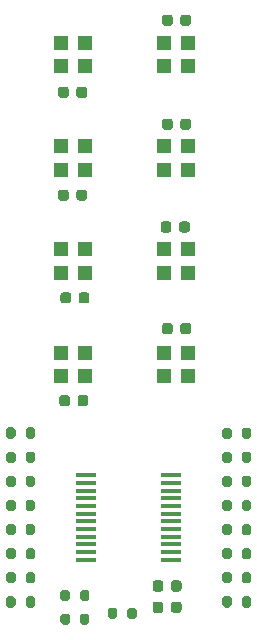
<source format=gtp>
%TF.GenerationSoftware,KiCad,Pcbnew,(5.1.12)-1*%
%TF.CreationDate,2022-08-18T11:36:15-07:00*%
%TF.ProjectId,HighPressureSensorArray,48696768-5072-4657-9373-75726553656e,rev?*%
%TF.SameCoordinates,Original*%
%TF.FileFunction,Paste,Top*%
%TF.FilePolarity,Positive*%
%FSLAX46Y46*%
G04 Gerber Fmt 4.6, Leading zero omitted, Abs format (unit mm)*
G04 Created by KiCad (PCBNEW (5.1.12)-1) date 2022-08-18 11:36:15*
%MOMM*%
%LPD*%
G01*
G04 APERTURE LIST*
%ADD10R,1.750000X0.450000*%
%ADD11R,1.300000X1.300000*%
G04 APERTURE END LIST*
G36*
G01*
X125625000Y-44150000D02*
X125625000Y-43650000D01*
G75*
G02*
X125850000Y-43425000I225000J0D01*
G01*
X126300000Y-43425000D01*
G75*
G02*
X126525000Y-43650000I0J-225000D01*
G01*
X126525000Y-44150000D01*
G75*
G02*
X126300000Y-44375000I-225000J0D01*
G01*
X125850000Y-44375000D01*
G75*
G02*
X125625000Y-44150000I0J225000D01*
G01*
G37*
G36*
G01*
X124075000Y-44150000D02*
X124075000Y-43650000D01*
G75*
G02*
X124300000Y-43425000I225000J0D01*
G01*
X124750000Y-43425000D01*
G75*
G02*
X124975000Y-43650000I0J-225000D01*
G01*
X124975000Y-44150000D01*
G75*
G02*
X124750000Y-44375000I-225000J0D01*
G01*
X124300000Y-44375000D01*
G75*
G02*
X124075000Y-44150000I0J225000D01*
G01*
G37*
G36*
G01*
X124075000Y-52850000D02*
X124075000Y-52350000D01*
G75*
G02*
X124300000Y-52125000I225000J0D01*
G01*
X124750000Y-52125000D01*
G75*
G02*
X124975000Y-52350000I0J-225000D01*
G01*
X124975000Y-52850000D01*
G75*
G02*
X124750000Y-53075000I-225000J0D01*
G01*
X124300000Y-53075000D01*
G75*
G02*
X124075000Y-52850000I0J225000D01*
G01*
G37*
G36*
G01*
X125625000Y-52850000D02*
X125625000Y-52350000D01*
G75*
G02*
X125850000Y-52125000I225000J0D01*
G01*
X126300000Y-52125000D01*
G75*
G02*
X126525000Y-52350000I0J-225000D01*
G01*
X126525000Y-52850000D01*
G75*
G02*
X126300000Y-53075000I-225000J0D01*
G01*
X125850000Y-53075000D01*
G75*
G02*
X125625000Y-52850000I0J225000D01*
G01*
G37*
G36*
G01*
X125825000Y-61550000D02*
X125825000Y-61050000D01*
G75*
G02*
X126050000Y-60825000I225000J0D01*
G01*
X126500000Y-60825000D01*
G75*
G02*
X126725000Y-61050000I0J-225000D01*
G01*
X126725000Y-61550000D01*
G75*
G02*
X126500000Y-61775000I-225000J0D01*
G01*
X126050000Y-61775000D01*
G75*
G02*
X125825000Y-61550000I0J225000D01*
G01*
G37*
G36*
G01*
X124275000Y-61550000D02*
X124275000Y-61050000D01*
G75*
G02*
X124500000Y-60825000I225000J0D01*
G01*
X124950000Y-60825000D01*
G75*
G02*
X125175000Y-61050000I0J-225000D01*
G01*
X125175000Y-61550000D01*
G75*
G02*
X124950000Y-61775000I-225000J0D01*
G01*
X124500000Y-61775000D01*
G75*
G02*
X124275000Y-61550000I0J225000D01*
G01*
G37*
G36*
G01*
X124175000Y-70250000D02*
X124175000Y-69750000D01*
G75*
G02*
X124400000Y-69525000I225000J0D01*
G01*
X124850000Y-69525000D01*
G75*
G02*
X125075000Y-69750000I0J-225000D01*
G01*
X125075000Y-70250000D01*
G75*
G02*
X124850000Y-70475000I-225000J0D01*
G01*
X124400000Y-70475000D01*
G75*
G02*
X124175000Y-70250000I0J225000D01*
G01*
G37*
G36*
G01*
X125725000Y-70250000D02*
X125725000Y-69750000D01*
G75*
G02*
X125950000Y-69525000I225000J0D01*
G01*
X126400000Y-69525000D01*
G75*
G02*
X126625000Y-69750000I0J-225000D01*
G01*
X126625000Y-70250000D01*
G75*
G02*
X126400000Y-70475000I-225000J0D01*
G01*
X125950000Y-70475000D01*
G75*
G02*
X125725000Y-70250000I0J225000D01*
G01*
G37*
G36*
G01*
X133775000Y-37550000D02*
X133775000Y-38050000D01*
G75*
G02*
X133550000Y-38275000I-225000J0D01*
G01*
X133100000Y-38275000D01*
G75*
G02*
X132875000Y-38050000I0J225000D01*
G01*
X132875000Y-37550000D01*
G75*
G02*
X133100000Y-37325000I225000J0D01*
G01*
X133550000Y-37325000D01*
G75*
G02*
X133775000Y-37550000I0J-225000D01*
G01*
G37*
G36*
G01*
X135325000Y-37550000D02*
X135325000Y-38050000D01*
G75*
G02*
X135100000Y-38275000I-225000J0D01*
G01*
X134650000Y-38275000D01*
G75*
G02*
X134425000Y-38050000I0J225000D01*
G01*
X134425000Y-37550000D01*
G75*
G02*
X134650000Y-37325000I225000J0D01*
G01*
X135100000Y-37325000D01*
G75*
G02*
X135325000Y-37550000I0J-225000D01*
G01*
G37*
G36*
G01*
X135325000Y-46350000D02*
X135325000Y-46850000D01*
G75*
G02*
X135100000Y-47075000I-225000J0D01*
G01*
X134650000Y-47075000D01*
G75*
G02*
X134425000Y-46850000I0J225000D01*
G01*
X134425000Y-46350000D01*
G75*
G02*
X134650000Y-46125000I225000J0D01*
G01*
X135100000Y-46125000D01*
G75*
G02*
X135325000Y-46350000I0J-225000D01*
G01*
G37*
G36*
G01*
X133775000Y-46350000D02*
X133775000Y-46850000D01*
G75*
G02*
X133550000Y-47075000I-225000J0D01*
G01*
X133100000Y-47075000D01*
G75*
G02*
X132875000Y-46850000I0J225000D01*
G01*
X132875000Y-46350000D01*
G75*
G02*
X133100000Y-46125000I225000J0D01*
G01*
X133550000Y-46125000D01*
G75*
G02*
X133775000Y-46350000I0J-225000D01*
G01*
G37*
G36*
G01*
X135225000Y-55050000D02*
X135225000Y-55550000D01*
G75*
G02*
X135000000Y-55775000I-225000J0D01*
G01*
X134550000Y-55775000D01*
G75*
G02*
X134325000Y-55550000I0J225000D01*
G01*
X134325000Y-55050000D01*
G75*
G02*
X134550000Y-54825000I225000J0D01*
G01*
X135000000Y-54825000D01*
G75*
G02*
X135225000Y-55050000I0J-225000D01*
G01*
G37*
G36*
G01*
X133675000Y-55050000D02*
X133675000Y-55550000D01*
G75*
G02*
X133450000Y-55775000I-225000J0D01*
G01*
X133000000Y-55775000D01*
G75*
G02*
X132775000Y-55550000I0J225000D01*
G01*
X132775000Y-55050000D01*
G75*
G02*
X133000000Y-54825000I225000J0D01*
G01*
X133450000Y-54825000D01*
G75*
G02*
X133675000Y-55050000I0J-225000D01*
G01*
G37*
G36*
G01*
X133775000Y-63650000D02*
X133775000Y-64150000D01*
G75*
G02*
X133550000Y-64375000I-225000J0D01*
G01*
X133100000Y-64375000D01*
G75*
G02*
X132875000Y-64150000I0J225000D01*
G01*
X132875000Y-63650000D01*
G75*
G02*
X133100000Y-63425000I225000J0D01*
G01*
X133550000Y-63425000D01*
G75*
G02*
X133775000Y-63650000I0J-225000D01*
G01*
G37*
G36*
G01*
X135325000Y-63650000D02*
X135325000Y-64150000D01*
G75*
G02*
X135100000Y-64375000I-225000J0D01*
G01*
X134650000Y-64375000D01*
G75*
G02*
X134425000Y-64150000I0J225000D01*
G01*
X134425000Y-63650000D01*
G75*
G02*
X134650000Y-63425000I225000J0D01*
G01*
X135100000Y-63425000D01*
G75*
G02*
X135325000Y-63650000I0J-225000D01*
G01*
G37*
G36*
G01*
X132075000Y-85950000D02*
X132075000Y-85450000D01*
G75*
G02*
X132300000Y-85225000I225000J0D01*
G01*
X132750000Y-85225000D01*
G75*
G02*
X132975000Y-85450000I0J-225000D01*
G01*
X132975000Y-85950000D01*
G75*
G02*
X132750000Y-86175000I-225000J0D01*
G01*
X132300000Y-86175000D01*
G75*
G02*
X132075000Y-85950000I0J225000D01*
G01*
G37*
G36*
G01*
X133625000Y-85950000D02*
X133625000Y-85450000D01*
G75*
G02*
X133850000Y-85225000I225000J0D01*
G01*
X134300000Y-85225000D01*
G75*
G02*
X134525000Y-85450000I0J-225000D01*
G01*
X134525000Y-85950000D01*
G75*
G02*
X134300000Y-86175000I-225000J0D01*
G01*
X133850000Y-86175000D01*
G75*
G02*
X133625000Y-85950000I0J225000D01*
G01*
G37*
G36*
G01*
X133625000Y-87750000D02*
X133625000Y-87250000D01*
G75*
G02*
X133850000Y-87025000I225000J0D01*
G01*
X134300000Y-87025000D01*
G75*
G02*
X134525000Y-87250000I0J-225000D01*
G01*
X134525000Y-87750000D01*
G75*
G02*
X134300000Y-87975000I-225000J0D01*
G01*
X133850000Y-87975000D01*
G75*
G02*
X133625000Y-87750000I0J225000D01*
G01*
G37*
G36*
G01*
X132075000Y-87750000D02*
X132075000Y-87250000D01*
G75*
G02*
X132300000Y-87025000I225000J0D01*
G01*
X132750000Y-87025000D01*
G75*
G02*
X132975000Y-87250000I0J-225000D01*
G01*
X132975000Y-87750000D01*
G75*
G02*
X132750000Y-87975000I-225000J0D01*
G01*
X132300000Y-87975000D01*
G75*
G02*
X132075000Y-87750000I0J225000D01*
G01*
G37*
G36*
G01*
X138775000Y-74522958D02*
X138775000Y-75072958D01*
G75*
G02*
X138575000Y-75272958I-200000J0D01*
G01*
X138175000Y-75272958D01*
G75*
G02*
X137975000Y-75072958I0J200000D01*
G01*
X137975000Y-74522958D01*
G75*
G02*
X138175000Y-74322958I200000J0D01*
G01*
X138575000Y-74322958D01*
G75*
G02*
X138775000Y-74522958I0J-200000D01*
G01*
G37*
G36*
G01*
X140425000Y-74522958D02*
X140425000Y-75072958D01*
G75*
G02*
X140225000Y-75272958I-200000J0D01*
G01*
X139825000Y-75272958D01*
G75*
G02*
X139625000Y-75072958I0J200000D01*
G01*
X139625000Y-74522958D01*
G75*
G02*
X139825000Y-74322958I200000J0D01*
G01*
X140225000Y-74322958D01*
G75*
G02*
X140425000Y-74522958I0J-200000D01*
G01*
G37*
G36*
G01*
X140425000Y-72482142D02*
X140425000Y-73032142D01*
G75*
G02*
X140225000Y-73232142I-200000J0D01*
G01*
X139825000Y-73232142D01*
G75*
G02*
X139625000Y-73032142I0J200000D01*
G01*
X139625000Y-72482142D01*
G75*
G02*
X139825000Y-72282142I200000J0D01*
G01*
X140225000Y-72282142D01*
G75*
G02*
X140425000Y-72482142I0J-200000D01*
G01*
G37*
G36*
G01*
X138775000Y-72482142D02*
X138775000Y-73032142D01*
G75*
G02*
X138575000Y-73232142I-200000J0D01*
G01*
X138175000Y-73232142D01*
G75*
G02*
X137975000Y-73032142I0J200000D01*
G01*
X137975000Y-72482142D01*
G75*
G02*
X138175000Y-72282142I200000J0D01*
G01*
X138575000Y-72282142D01*
G75*
G02*
X138775000Y-72482142I0J-200000D01*
G01*
G37*
G36*
G01*
X140425000Y-78604590D02*
X140425000Y-79154590D01*
G75*
G02*
X140225000Y-79354590I-200000J0D01*
G01*
X139825000Y-79354590D01*
G75*
G02*
X139625000Y-79154590I0J200000D01*
G01*
X139625000Y-78604590D01*
G75*
G02*
X139825000Y-78404590I200000J0D01*
G01*
X140225000Y-78404590D01*
G75*
G02*
X140425000Y-78604590I0J-200000D01*
G01*
G37*
G36*
G01*
X138775000Y-78604590D02*
X138775000Y-79154590D01*
G75*
G02*
X138575000Y-79354590I-200000J0D01*
G01*
X138175000Y-79354590D01*
G75*
G02*
X137975000Y-79154590I0J200000D01*
G01*
X137975000Y-78604590D01*
G75*
G02*
X138175000Y-78404590I200000J0D01*
G01*
X138575000Y-78404590D01*
G75*
G02*
X138775000Y-78604590I0J-200000D01*
G01*
G37*
G36*
G01*
X138775000Y-76563774D02*
X138775000Y-77113774D01*
G75*
G02*
X138575000Y-77313774I-200000J0D01*
G01*
X138175000Y-77313774D01*
G75*
G02*
X137975000Y-77113774I0J200000D01*
G01*
X137975000Y-76563774D01*
G75*
G02*
X138175000Y-76363774I200000J0D01*
G01*
X138575000Y-76363774D01*
G75*
G02*
X138775000Y-76563774I0J-200000D01*
G01*
G37*
G36*
G01*
X140425000Y-76563774D02*
X140425000Y-77113774D01*
G75*
G02*
X140225000Y-77313774I-200000J0D01*
G01*
X139825000Y-77313774D01*
G75*
G02*
X139625000Y-77113774I0J200000D01*
G01*
X139625000Y-76563774D01*
G75*
G02*
X139825000Y-76363774I200000J0D01*
G01*
X140225000Y-76363774D01*
G75*
G02*
X140425000Y-76563774I0J-200000D01*
G01*
G37*
G36*
G01*
X138775000Y-82686222D02*
X138775000Y-83236222D01*
G75*
G02*
X138575000Y-83436222I-200000J0D01*
G01*
X138175000Y-83436222D01*
G75*
G02*
X137975000Y-83236222I0J200000D01*
G01*
X137975000Y-82686222D01*
G75*
G02*
X138175000Y-82486222I200000J0D01*
G01*
X138575000Y-82486222D01*
G75*
G02*
X138775000Y-82686222I0J-200000D01*
G01*
G37*
G36*
G01*
X140425000Y-82686222D02*
X140425000Y-83236222D01*
G75*
G02*
X140225000Y-83436222I-200000J0D01*
G01*
X139825000Y-83436222D01*
G75*
G02*
X139625000Y-83236222I0J200000D01*
G01*
X139625000Y-82686222D01*
G75*
G02*
X139825000Y-82486222I200000J0D01*
G01*
X140225000Y-82486222D01*
G75*
G02*
X140425000Y-82686222I0J-200000D01*
G01*
G37*
G36*
G01*
X140425000Y-80645406D02*
X140425000Y-81195406D01*
G75*
G02*
X140225000Y-81395406I-200000J0D01*
G01*
X139825000Y-81395406D01*
G75*
G02*
X139625000Y-81195406I0J200000D01*
G01*
X139625000Y-80645406D01*
G75*
G02*
X139825000Y-80445406I200000J0D01*
G01*
X140225000Y-80445406D01*
G75*
G02*
X140425000Y-80645406I0J-200000D01*
G01*
G37*
G36*
G01*
X138775000Y-80645406D02*
X138775000Y-81195406D01*
G75*
G02*
X138575000Y-81395406I-200000J0D01*
G01*
X138175000Y-81395406D01*
G75*
G02*
X137975000Y-81195406I0J200000D01*
G01*
X137975000Y-80645406D01*
G75*
G02*
X138175000Y-80445406I200000J0D01*
G01*
X138575000Y-80445406D01*
G75*
G02*
X138775000Y-80645406I0J-200000D01*
G01*
G37*
G36*
G01*
X140425000Y-86767857D02*
X140425000Y-87317857D01*
G75*
G02*
X140225000Y-87517857I-200000J0D01*
G01*
X139825000Y-87517857D01*
G75*
G02*
X139625000Y-87317857I0J200000D01*
G01*
X139625000Y-86767857D01*
G75*
G02*
X139825000Y-86567857I200000J0D01*
G01*
X140225000Y-86567857D01*
G75*
G02*
X140425000Y-86767857I0J-200000D01*
G01*
G37*
G36*
G01*
X138775000Y-86767857D02*
X138775000Y-87317857D01*
G75*
G02*
X138575000Y-87517857I-200000J0D01*
G01*
X138175000Y-87517857D01*
G75*
G02*
X137975000Y-87317857I0J200000D01*
G01*
X137975000Y-86767857D01*
G75*
G02*
X138175000Y-86567857I200000J0D01*
G01*
X138575000Y-86567857D01*
G75*
G02*
X138775000Y-86767857I0J-200000D01*
G01*
G37*
G36*
G01*
X138775000Y-84727038D02*
X138775000Y-85277038D01*
G75*
G02*
X138575000Y-85477038I-200000J0D01*
G01*
X138175000Y-85477038D01*
G75*
G02*
X137975000Y-85277038I0J200000D01*
G01*
X137975000Y-84727038D01*
G75*
G02*
X138175000Y-84527038I200000J0D01*
G01*
X138575000Y-84527038D01*
G75*
G02*
X138775000Y-84727038I0J-200000D01*
G01*
G37*
G36*
G01*
X140425000Y-84727038D02*
X140425000Y-85277038D01*
G75*
G02*
X140225000Y-85477038I-200000J0D01*
G01*
X139825000Y-85477038D01*
G75*
G02*
X139625000Y-85277038I0J200000D01*
G01*
X139625000Y-84727038D01*
G75*
G02*
X139825000Y-84527038I200000J0D01*
G01*
X140225000Y-84527038D01*
G75*
G02*
X140425000Y-84727038I0J-200000D01*
G01*
G37*
G36*
G01*
X119675000Y-85276016D02*
X119675000Y-84726016D01*
G75*
G02*
X119875000Y-84526016I200000J0D01*
G01*
X120275000Y-84526016D01*
G75*
G02*
X120475000Y-84726016I0J-200000D01*
G01*
X120475000Y-85276016D01*
G75*
G02*
X120275000Y-85476016I-200000J0D01*
G01*
X119875000Y-85476016D01*
G75*
G02*
X119675000Y-85276016I0J200000D01*
G01*
G37*
G36*
G01*
X121325000Y-85276016D02*
X121325000Y-84726016D01*
G75*
G02*
X121525000Y-84526016I200000J0D01*
G01*
X121925000Y-84526016D01*
G75*
G02*
X122125000Y-84726016I0J-200000D01*
G01*
X122125000Y-85276016D01*
G75*
G02*
X121925000Y-85476016I-200000J0D01*
G01*
X121525000Y-85476016D01*
G75*
G02*
X121325000Y-85276016I0J200000D01*
G01*
G37*
G36*
G01*
X119675000Y-87317857D02*
X119675000Y-86767857D01*
G75*
G02*
X119875000Y-86567857I200000J0D01*
G01*
X120275000Y-86567857D01*
G75*
G02*
X120475000Y-86767857I0J-200000D01*
G01*
X120475000Y-87317857D01*
G75*
G02*
X120275000Y-87517857I-200000J0D01*
G01*
X119875000Y-87517857D01*
G75*
G02*
X119675000Y-87317857I0J200000D01*
G01*
G37*
G36*
G01*
X121325000Y-87317857D02*
X121325000Y-86767857D01*
G75*
G02*
X121525000Y-86567857I200000J0D01*
G01*
X121925000Y-86567857D01*
G75*
G02*
X122125000Y-86767857I0J-200000D01*
G01*
X122125000Y-87317857D01*
G75*
G02*
X121925000Y-87517857I-200000J0D01*
G01*
X121525000Y-87517857D01*
G75*
G02*
X121325000Y-87317857I0J200000D01*
G01*
G37*
G36*
G01*
X119675000Y-81192344D02*
X119675000Y-80642344D01*
G75*
G02*
X119875000Y-80442344I200000J0D01*
G01*
X120275000Y-80442344D01*
G75*
G02*
X120475000Y-80642344I0J-200000D01*
G01*
X120475000Y-81192344D01*
G75*
G02*
X120275000Y-81392344I-200000J0D01*
G01*
X119875000Y-81392344D01*
G75*
G02*
X119675000Y-81192344I0J200000D01*
G01*
G37*
G36*
G01*
X121325000Y-81192344D02*
X121325000Y-80642344D01*
G75*
G02*
X121525000Y-80442344I200000J0D01*
G01*
X121925000Y-80442344D01*
G75*
G02*
X122125000Y-80642344I0J-200000D01*
G01*
X122125000Y-81192344D01*
G75*
G02*
X121925000Y-81392344I-200000J0D01*
G01*
X121525000Y-81392344D01*
G75*
G02*
X121325000Y-81192344I0J200000D01*
G01*
G37*
G36*
G01*
X121325000Y-83234180D02*
X121325000Y-82684180D01*
G75*
G02*
X121525000Y-82484180I200000J0D01*
G01*
X121925000Y-82484180D01*
G75*
G02*
X122125000Y-82684180I0J-200000D01*
G01*
X122125000Y-83234180D01*
G75*
G02*
X121925000Y-83434180I-200000J0D01*
G01*
X121525000Y-83434180D01*
G75*
G02*
X121325000Y-83234180I0J200000D01*
G01*
G37*
G36*
G01*
X119675000Y-83234180D02*
X119675000Y-82684180D01*
G75*
G02*
X119875000Y-82484180I200000J0D01*
G01*
X120275000Y-82484180D01*
G75*
G02*
X120475000Y-82684180I0J-200000D01*
G01*
X120475000Y-83234180D01*
G75*
G02*
X120275000Y-83434180I-200000J0D01*
G01*
X119875000Y-83434180D01*
G75*
G02*
X119675000Y-83234180I0J200000D01*
G01*
G37*
G36*
G01*
X119675000Y-77108672D02*
X119675000Y-76558672D01*
G75*
G02*
X119875000Y-76358672I200000J0D01*
G01*
X120275000Y-76358672D01*
G75*
G02*
X120475000Y-76558672I0J-200000D01*
G01*
X120475000Y-77108672D01*
G75*
G02*
X120275000Y-77308672I-200000J0D01*
G01*
X119875000Y-77308672D01*
G75*
G02*
X119675000Y-77108672I0J200000D01*
G01*
G37*
G36*
G01*
X121325000Y-77108672D02*
X121325000Y-76558672D01*
G75*
G02*
X121525000Y-76358672I200000J0D01*
G01*
X121925000Y-76358672D01*
G75*
G02*
X122125000Y-76558672I0J-200000D01*
G01*
X122125000Y-77108672D01*
G75*
G02*
X121925000Y-77308672I-200000J0D01*
G01*
X121525000Y-77308672D01*
G75*
G02*
X121325000Y-77108672I0J200000D01*
G01*
G37*
G36*
G01*
X121325000Y-79150508D02*
X121325000Y-78600508D01*
G75*
G02*
X121525000Y-78400508I200000J0D01*
G01*
X121925000Y-78400508D01*
G75*
G02*
X122125000Y-78600508I0J-200000D01*
G01*
X122125000Y-79150508D01*
G75*
G02*
X121925000Y-79350508I-200000J0D01*
G01*
X121525000Y-79350508D01*
G75*
G02*
X121325000Y-79150508I0J200000D01*
G01*
G37*
G36*
G01*
X119675000Y-79150508D02*
X119675000Y-78600508D01*
G75*
G02*
X119875000Y-78400508I200000J0D01*
G01*
X120275000Y-78400508D01*
G75*
G02*
X120475000Y-78600508I0J-200000D01*
G01*
X120475000Y-79150508D01*
G75*
G02*
X120275000Y-79350508I-200000J0D01*
G01*
X119875000Y-79350508D01*
G75*
G02*
X119675000Y-79150508I0J200000D01*
G01*
G37*
G36*
G01*
X119675000Y-73025000D02*
X119675000Y-72475000D01*
G75*
G02*
X119875000Y-72275000I200000J0D01*
G01*
X120275000Y-72275000D01*
G75*
G02*
X120475000Y-72475000I0J-200000D01*
G01*
X120475000Y-73025000D01*
G75*
G02*
X120275000Y-73225000I-200000J0D01*
G01*
X119875000Y-73225000D01*
G75*
G02*
X119675000Y-73025000I0J200000D01*
G01*
G37*
G36*
G01*
X121325000Y-73025000D02*
X121325000Y-72475000D01*
G75*
G02*
X121525000Y-72275000I200000J0D01*
G01*
X121925000Y-72275000D01*
G75*
G02*
X122125000Y-72475000I0J-200000D01*
G01*
X122125000Y-73025000D01*
G75*
G02*
X121925000Y-73225000I-200000J0D01*
G01*
X121525000Y-73225000D01*
G75*
G02*
X121325000Y-73025000I0J200000D01*
G01*
G37*
G36*
G01*
X121325000Y-75066836D02*
X121325000Y-74516836D01*
G75*
G02*
X121525000Y-74316836I200000J0D01*
G01*
X121925000Y-74316836D01*
G75*
G02*
X122125000Y-74516836I0J-200000D01*
G01*
X122125000Y-75066836D01*
G75*
G02*
X121925000Y-75266836I-200000J0D01*
G01*
X121525000Y-75266836D01*
G75*
G02*
X121325000Y-75066836I0J200000D01*
G01*
G37*
G36*
G01*
X119675000Y-75066836D02*
X119675000Y-74516836D01*
G75*
G02*
X119875000Y-74316836I200000J0D01*
G01*
X120275000Y-74316836D01*
G75*
G02*
X120475000Y-74516836I0J-200000D01*
G01*
X120475000Y-75066836D01*
G75*
G02*
X120275000Y-75266836I-200000J0D01*
G01*
X119875000Y-75266836D01*
G75*
G02*
X119675000Y-75066836I0J200000D01*
G01*
G37*
G36*
G01*
X126725000Y-88225000D02*
X126725000Y-88775000D01*
G75*
G02*
X126525000Y-88975000I-200000J0D01*
G01*
X126125000Y-88975000D01*
G75*
G02*
X125925000Y-88775000I0J200000D01*
G01*
X125925000Y-88225000D01*
G75*
G02*
X126125000Y-88025000I200000J0D01*
G01*
X126525000Y-88025000D01*
G75*
G02*
X126725000Y-88225000I0J-200000D01*
G01*
G37*
G36*
G01*
X125075000Y-88225000D02*
X125075000Y-88775000D01*
G75*
G02*
X124875000Y-88975000I-200000J0D01*
G01*
X124475000Y-88975000D01*
G75*
G02*
X124275000Y-88775000I0J200000D01*
G01*
X124275000Y-88225000D01*
G75*
G02*
X124475000Y-88025000I200000J0D01*
G01*
X124875000Y-88025000D01*
G75*
G02*
X125075000Y-88225000I0J-200000D01*
G01*
G37*
G36*
G01*
X125075000Y-86225000D02*
X125075000Y-86775000D01*
G75*
G02*
X124875000Y-86975000I-200000J0D01*
G01*
X124475000Y-86975000D01*
G75*
G02*
X124275000Y-86775000I0J200000D01*
G01*
X124275000Y-86225000D01*
G75*
G02*
X124475000Y-86025000I200000J0D01*
G01*
X124875000Y-86025000D01*
G75*
G02*
X125075000Y-86225000I0J-200000D01*
G01*
G37*
G36*
G01*
X126725000Y-86225000D02*
X126725000Y-86775000D01*
G75*
G02*
X126525000Y-86975000I-200000J0D01*
G01*
X126125000Y-86975000D01*
G75*
G02*
X125925000Y-86775000I0J200000D01*
G01*
X125925000Y-86225000D01*
G75*
G02*
X126125000Y-86025000I200000J0D01*
G01*
X126525000Y-86025000D01*
G75*
G02*
X126725000Y-86225000I0J-200000D01*
G01*
G37*
G36*
G01*
X129075000Y-87725000D02*
X129075000Y-88275000D01*
G75*
G02*
X128875000Y-88475000I-200000J0D01*
G01*
X128475000Y-88475000D01*
G75*
G02*
X128275000Y-88275000I0J200000D01*
G01*
X128275000Y-87725000D01*
G75*
G02*
X128475000Y-87525000I200000J0D01*
G01*
X128875000Y-87525000D01*
G75*
G02*
X129075000Y-87725000I0J-200000D01*
G01*
G37*
G36*
G01*
X130725000Y-87725000D02*
X130725000Y-88275000D01*
G75*
G02*
X130525000Y-88475000I-200000J0D01*
G01*
X130125000Y-88475000D01*
G75*
G02*
X129925000Y-88275000I0J200000D01*
G01*
X129925000Y-87725000D01*
G75*
G02*
X130125000Y-87525000I200000J0D01*
G01*
X130525000Y-87525000D01*
G75*
G02*
X130725000Y-87725000I0J-200000D01*
G01*
G37*
D10*
X133600000Y-83475000D03*
X133600000Y-82825000D03*
X133600000Y-82175000D03*
X133600000Y-81525000D03*
X133600000Y-80875000D03*
X133600000Y-80225000D03*
X133600000Y-79575000D03*
X133600000Y-78925000D03*
X133600000Y-78275000D03*
X133600000Y-77625000D03*
X133600000Y-76975000D03*
X133600000Y-76325000D03*
X126400000Y-76325000D03*
X126400000Y-76975000D03*
X126400000Y-77625000D03*
X126400000Y-78275000D03*
X126400000Y-78925000D03*
X126400000Y-79575000D03*
X126400000Y-80225000D03*
X126400000Y-80875000D03*
X126400000Y-81525000D03*
X126400000Y-82175000D03*
X126400000Y-82825000D03*
X126400000Y-83475000D03*
D11*
X135062600Y-65950400D03*
X135062600Y-67950400D03*
X133062600Y-65950400D03*
X133062600Y-67950400D03*
X135062600Y-57200400D03*
X135062600Y-59200400D03*
X133062600Y-57200400D03*
X133062600Y-59200400D03*
X135062600Y-48450400D03*
X135062600Y-50450400D03*
X133062600Y-48450400D03*
X133062600Y-50450400D03*
X133062600Y-41700400D03*
X133062600Y-39700400D03*
X135062600Y-41700400D03*
X135062600Y-39700400D03*
X124312600Y-41700400D03*
X124312600Y-39700400D03*
X126312600Y-41700400D03*
X126312600Y-39700400D03*
X126312600Y-48450400D03*
X126312600Y-50450400D03*
X124312600Y-48450400D03*
X124312600Y-50450400D03*
X124312600Y-59200400D03*
X124312600Y-57200400D03*
X126312600Y-59200400D03*
X126312600Y-57200400D03*
X124312600Y-67950400D03*
X124312600Y-65950400D03*
X126312600Y-67950400D03*
X126312600Y-65950400D03*
M02*

</source>
